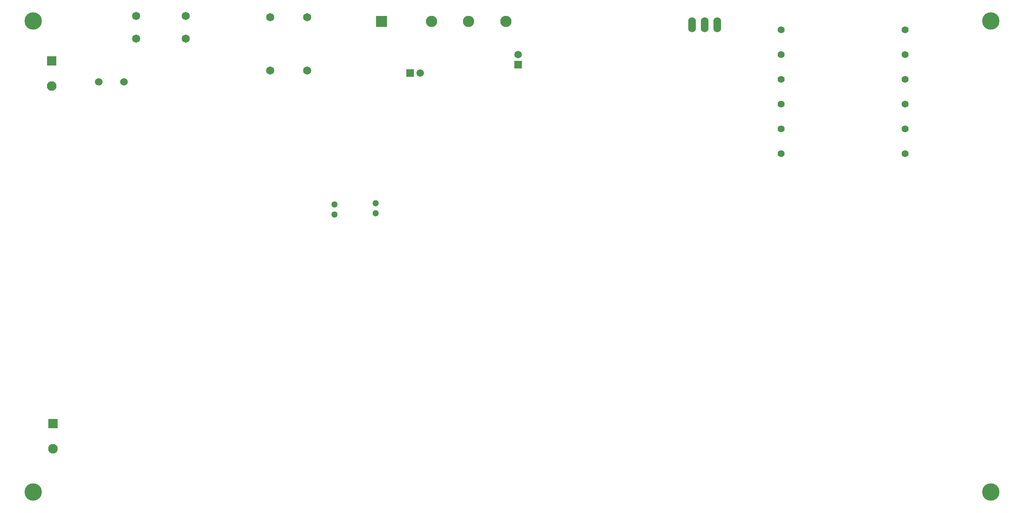
<source format=gbr>
%TF.GenerationSoftware,Altium Limited,Altium Designer,20.0.13 (296)*%
G04 Layer_Color=255*
%FSLAX45Y45*%
%MOMM*%
%TF.FileFunction,Pads,Bot*%
%TF.Part,Single*%
G01*
G75*
%TA.AperFunction,ComponentPad*%
%ADD37C,2.27000*%
%ADD38R,2.27000X2.27000*%
%ADD39C,1.30000*%
%ADD40C,3.50000*%
%ADD41R,1.95000X1.95000*%
%ADD42C,1.95000*%
%ADD43C,1.52400*%
%ADD44R,1.50000X1.50000*%
%ADD45C,1.50000*%
%ADD46R,1.50000X1.50000*%
%ADD47C,1.40000*%
%ADD48C,1.65000*%
%ADD49O,1.52400X3.04800*%
D37*
X9875000Y-360000D02*
D03*
X9125000D02*
D03*
X8375000D02*
D03*
D38*
X7375000D02*
D03*
D39*
X7250000Y-4025000D02*
D03*
Y-4225000D02*
D03*
X6425000Y-4050000D02*
D03*
Y-4250000D02*
D03*
D40*
X19650000Y-350000D02*
D03*
Y-9850000D02*
D03*
X350000Y-350000D02*
D03*
Y-9850000D02*
D03*
D41*
X725000Y-1150000D02*
D03*
X750000Y-8467000D02*
D03*
D42*
X725000Y-1658000D02*
D03*
X750000Y-8975000D02*
D03*
D43*
X2179000Y-1575000D02*
D03*
X1671000D02*
D03*
D44*
X10125000Y-1225000D02*
D03*
D45*
Y-1025000D02*
D03*
X8150000Y-1400000D02*
D03*
D46*
X7950000D02*
D03*
D47*
X15425000Y-525000D02*
D03*
Y-1025000D02*
D03*
Y-1525000D02*
D03*
Y-2025000D02*
D03*
Y-2525000D02*
D03*
Y-3025000D02*
D03*
X17925000Y-525000D02*
D03*
Y-1025000D02*
D03*
Y-1525000D02*
D03*
Y-2025000D02*
D03*
Y-2525000D02*
D03*
Y-3025000D02*
D03*
D48*
X2425000Y-700000D02*
D03*
X3425000D02*
D03*
Y-250000D02*
D03*
X2425000D02*
D03*
X5875000Y-1345000D02*
D03*
X5125000D02*
D03*
Y-275000D02*
D03*
X5875000D02*
D03*
D49*
X14133000Y-425000D02*
D03*
X13878999D02*
D03*
X13625000D02*
D03*
%TF.MD5,55a1e713be47720bee3cb8132da95ff7*%
M02*

</source>
